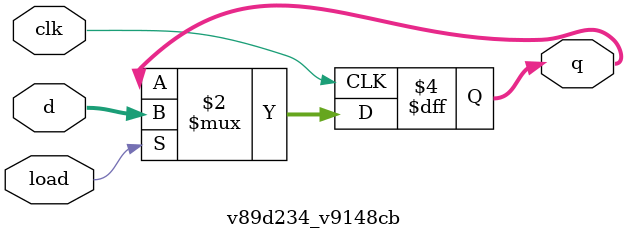
<source format=v>
module v89d234 #(
 parameter v422d28 = 0
) (
 input v41eb95,
 input [7:0] v39f831,
 input vf892a0,
 output [7:0] vb1c024
);
 localparam p0 = v422d28;
 wire [0:7] w1;
 wire [0:7] w2;
 wire w3;
 wire w4;
 assign vb1c024 = w1;
 assign w2 = v39f831;
 assign w3 = vf892a0;
 assign w4 = v41eb95;
 v89d234_v9148cb #(
  .INI(p0)
 ) v9148cb (
  .q(w1),
  .d(w2),
  .load(w3),
  .clk(w4)
 );
endmodule

module v89d234_v9148cb #(
 parameter INI = 0
) (
 output reg [7:0] q,
 input [7:0] d,
 input load,
 input clk
);
 always @(posedge clk) begin
  if (load) begin
   q <= d;
  end
 end
endmodule
</source>
